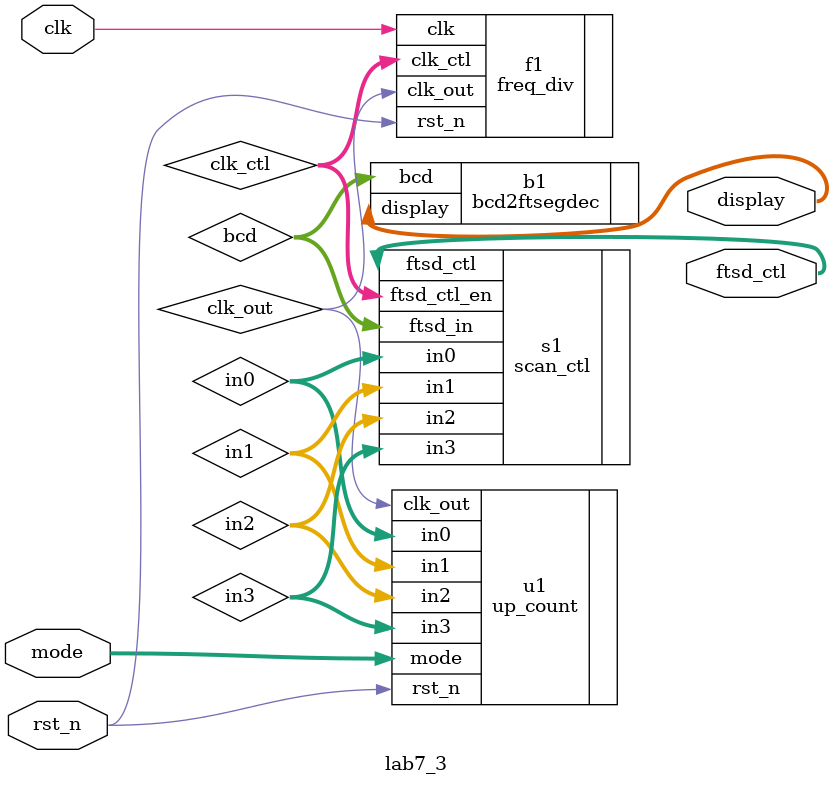
<source format=v>
`timescale 1ns / 1ps
module lab7_3(
	mode,
	clk,
	rst_n,
	display,
	ftsd_ctl
    );

input clk,rst_n;
input [2:0] mode;

output  [3:0] ftsd_ctl;
output  [14:0] display;

wire [1:0] clk_ctl;
wire clk_out;
wire [3:0] in0,in1,in2,in3,bcd;


freq_div f1(
	.clk_out(clk_out), // divided clock output  1HZ
	.clk_ctl(clk_ctl), // divided clock output for scan freq
	.clk(clk), // global clock input
	.rst_n(rst_n) // active low reset
	); 

up_count u1(
	.mode(mode),
	.clk_out(clk_out),
	.rst_n(rst_n),
	.in0(in0),
	.in1(in1),
	.in2(in2),
	.in3(in3)
    );

scan_ctl s1(
	.ftsd_ctl(ftsd_ctl), // ftsd display control signal 
	.ftsd_in(bcd), // output to ftsd display
	.in0(in0), // 1st input
	.in1(in1), // 2nd input
	.in2(in2), // 3rd input
	.in3(in3), // 4th input
	.ftsd_ctl_en(clk_ctl) // divided clock for scan control
	);

bcd2ftsegdec b1(
	.display(display), // 14-segment display output
	.bcd(bcd) // BCD input
	);
 
 
endmodule

</source>
